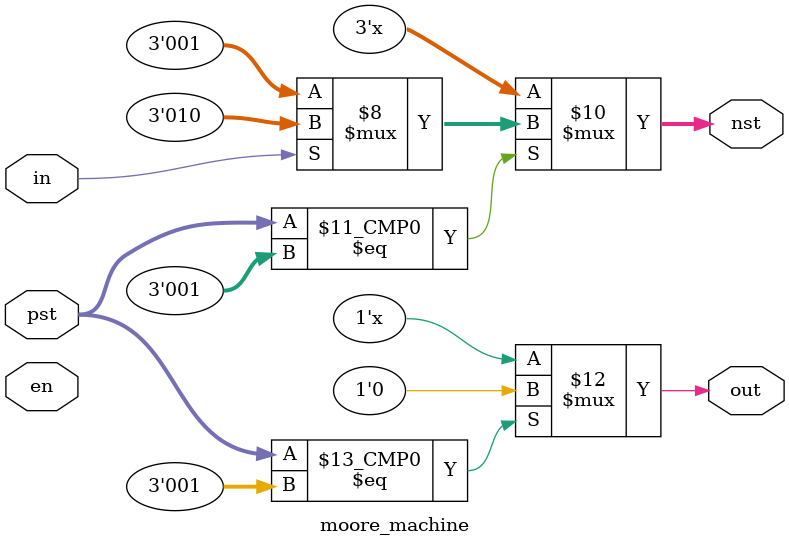
<source format=v>
`timescale 1ns / 1ps
module moore_machine(en,in,pst,nst,out);
input en,in;
input [2:0] pst;
output [2:0]nst;
output out;
reg [2:0] nst;
reg out;
parameter a=001,b=010,c=100,d=110,e=111;
always @(en)
begin
case (pst)
a:
begin
out<=0;
if (in==0)
nst<=a;
else
nst <=b;
end

b:
begin
out<=0;
if (in==0)
nst<=b;
else
nst <=c;
end

c:
begin
out<=1;
if (in==0)
nst<=d;
else
nst <=e;
end

d:
begin
out<=0;
if (in==0)
nst<=d;
else
nst <=a;
end


e:
begin
out<=1;
if (in==0)
nst<=e;
else
nst <=d;
end

endcase
end
endmodule


</source>
